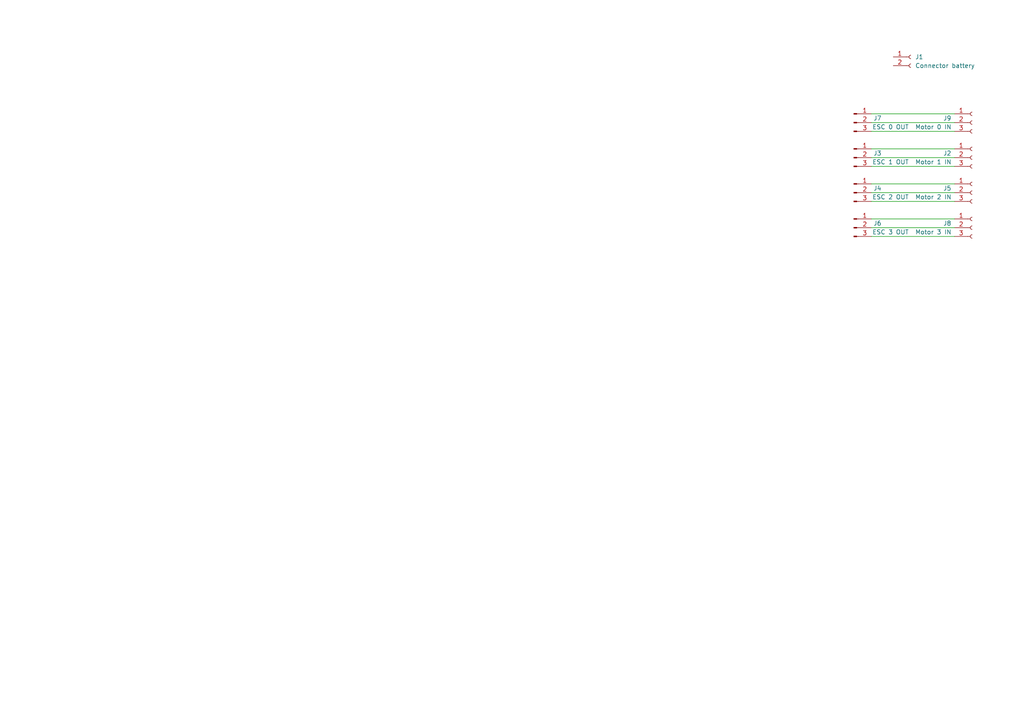
<source format=kicad_sch>
(kicad_sch (version 20250114) (generator "eeschema") (generator_version "9.0")
  (paper "A4")
  (lib_symbols
    (symbol "Connector:Conn_01x02_Socket" (pin_names (offset 1.016) (hide yes))
      (property "Reference" "J" (at 0 2.54 0))
      (property "Value" "Conn_01x02_Socket" (at 0 -5.08 0))
      (symbol "Conn_01x02_Socket_1_1"
        (polyline (pts (xy -1.27 0) (xy -0.508 0)) (stroke (width 0.1524)))
        (polyline (pts (xy -1.27 -2.54) (xy -0.508 -2.54)) (stroke (width 0.1524)))
        (arc (start 0 -0.508) (mid -0.5058 0) (end 0 0.508) (stroke (width 0.1524)))
        (arc (start 0 -3.048) (mid -0.5058 -2.54) (end 0 -2.032) (stroke (width 0.1524)))
        (pin passive line (at -5.08 0 0) (length 3.81) (name "Pin_1") (number "1"))
        (pin passive line (at -5.08 -2.54 0) (length 3.81) (name "Pin_2") (number "2"))
      )
    )
    (symbol "Connector:Conn_01x03_Pin" (pin_names (offset 1.016) (hide yes))
      (property "Reference" "J" (at 0 5.08 0))
      (property "Value" "Conn_01x03_Pin" (at 0 -5.08 0))
      (symbol "Conn_01x03_Pin_1_1"
        (rectangle (start 0.8636 2.667) (end 0 2.413) (stroke (width 0.1524)) (fill (type outline)))
        (rectangle (start 0.8636 0.127) (end 0 -0.127) (stroke (width 0.1524)) (fill (type outline)))
        (rectangle (start 0.8636 -2.413) (end 0 -2.667) (stroke (width 0.1524)) (fill (type outline)))
        (polyline (pts (xy 1.27 2.54) (xy 0.8636 2.54)) (stroke (width 0.1524)))
        (polyline (pts (xy 1.27 0) (xy 0.8636 0)) (stroke (width 0.1524)))
        (polyline (pts (xy 1.27 -2.54) (xy 0.8636 -2.54)) (stroke (width 0.1524)))
        (pin passive line (at 5.08 2.54 180) (length 3.81) (name "Pin_1") (number "1"))
        (pin passive line (at 5.08 0 180) (length 3.81) (name "Pin_2") (number "2"))
        (pin passive line (at 5.08 -2.54 180) (length 3.81) (name "Pin_3") (number "3"))
      )
    )
    (symbol "Connector:Conn_01x03_Socket" (pin_names (offset 1.016) (hide yes))
      (property "Reference" "J" (at 0 5.08 0))
      (property "Value" "Conn_01x03_Socket" (at 0 -5.08 0))
      (symbol "Conn_01x03_Socket_1_1"
        (polyline (pts (xy -1.27 2.54) (xy -0.508 2.54)) (stroke (width 0.1524)))
        (polyline (pts (xy -1.27 0) (xy -0.508 0)) (stroke (width 0.1524)))
        (polyline (pts (xy -1.27 -2.54) (xy -0.508 -2.54)) (stroke (width 0.1524)))
        (arc (start 0 2.032) (mid -0.5058 2.54) (end 0 3.048) (stroke (width 0.1524)))
        (arc (start 0 -0.508) (mid -0.5058 0) (end 0 0.508) (stroke (width 0.1524)))
        (arc (start 0 -3.048) (mid -0.5058 -2.54) (end 0 -2.032) (stroke (width 0.1524)))
        (pin passive line (at -5.08 2.54 0) (length 3.81) (name "Pin_1") (number "1"))
        (pin passive line (at -5.08 0 0) (length 3.81) (name "Pin_2") (number "2"))
        (pin passive line (at -5.08 -2.54 0) (length 3.81) (name "Pin_3") (number "3"))
      )
    )
  )
  (wire (pts (xy 252.73 68.58) (xy 276.86 68.58)))
  (wire (pts (xy 252.73 55.88) (xy 276.86 55.88)))
  (wire (pts (xy 252.73 66.04) (xy 276.86 66.04)))
  (wire (pts (xy 252.73 43.18) (xy 276.86 43.18)))
  (wire (pts (xy 252.73 63.5) (xy 276.86 63.5)))
  (wire (pts (xy 252.73 53.34) (xy 276.86 53.34)))
  (wire (pts (xy 252.73 48.26) (xy 276.86 48.26)))
  (wire (pts (xy 252.73 35.56) (xy 276.86 35.56)))
  (wire (pts (xy 252.73 38.1) (xy 276.86 38.1)))
  (wire (pts (xy 252.73 33.02) (xy 276.86 33.02)))
  (wire (pts (xy 252.73 45.72) (xy 276.86 45.72)))
  (wire (pts (xy 252.73 58.42) (xy 276.86 58.42)))
  (symbol (lib_id "Connector:Conn_01x02_Socket") (at 264.16 16.51 0) (unit 1)
    (property "Reference" "J1" (at 265.43 16.5099 0) (effects (justify left)))
    (property "Value" "Connector battery" (at 265.43 19.0499 0) (effects (justify left)))
    (property "Footprint" "Connector_JST:JST_XH_B2B-XH-A_1x02_P2.50mm_Vertical" (effects (hide yes)))
    (property "Description" "Generic connector, single row, 01x02, script generated" (effects (hide yes)))
  )
  (symbol (lib_id "Connector:Conn_01x03_Pin") (at 247.65 55.88 0) (unit 1)
    (property "Reference" "J4" (at 254.508 54.61 0))
    (property "Value" "ESC 2 OUT" (at 258.318 57.15 0))
    (property "Footprint" "Connector_PinHeader_2.00mm:PinHeader_1x03_P2.00mm_Vertical" (effects (hide yes)))
    (property "Description" "Generic connector, single row, 01x03, script generated" (effects (hide yes)))
  )
  (symbol (lib_id "Connector:Conn_01x03_Socket") (at 281.94 35.56 0) (unit 1)
    (property "Reference" "J9" (at 273.558 34.29 0) (effects (justify left)))
    (property "Value" "Motor 0 IN" (at 265.43 36.83 0) (effects (justify left)))
    (property "Footprint" "Connector_JST:JST_XH_B3B-XH-A_1x03_P2.50mm_Vertical" (effects (hide yes)))
    (property "Description" "Generic connector, single row, 01x03, script generated" (effects (hide yes)))
  )
  (symbol (lib_id "Connector:Conn_01x03_Socket") (at 281.94 45.72 0) (unit 1)
    (property "Reference" "J2" (at 273.558 44.45 0) (effects (justify left)))
    (property "Value" "Motor 1 IN" (at 265.43 46.99 0) (effects (justify left)))
    (property "Footprint" "Connector_JST:JST_XH_B3B-XH-A_1x03_P2.50mm_Vertical" (effects (hide yes)))
    (property "Description" "Generic connector, single row, 01x03, script generated" (effects (hide yes)))
  )
  (symbol (lib_id "Connector:Conn_01x03_Socket") (at 281.94 66.04 0) (unit 1)
    (property "Reference" "J8" (at 273.558 64.77 0) (effects (justify left)))
    (property "Value" "Motor 3 IN" (at 265.43 67.31 0) (effects (justify left)))
    (property "Footprint" "Connector_JST:JST_XH_B3B-XH-A_1x03_P2.50mm_Vertical" (effects (hide yes)))
    (property "Description" "Generic connector, single row, 01x03, script generated" (effects (hide yes)))
  )
  (symbol (lib_id "Connector:Conn_01x03_Pin") (at 247.65 45.72 0) (unit 1)
    (property "Reference" "J3" (at 254.508 44.45 0))
    (property "Value" "ESC 1 OUT" (at 258.318 46.99 0))
    (property "Footprint" "Connector_PinHeader_2.00mm:PinHeader_1x03_P2.00mm_Vertical" (effects (hide yes)))
    (property "Description" "Generic connector, single row, 01x03, script generated" (effects (hide yes)))
  )
  (symbol (lib_id "Connector:Conn_01x03_Socket") (at 281.94 55.88 0) (unit 1)
    (property "Reference" "J5" (at 273.558 54.61 0) (effects (justify left)))
    (property "Value" "Motor 2 IN" (at 265.43 57.15 0) (effects (justify left)))
    (property "Footprint" "Connector_JST:JST_XH_B3B-XH-A_1x03_P2.50mm_Vertical" (effects (hide yes)))
    (property "Description" "Generic connector, single row, 01x03, script generated" (effects (hide yes)))
  )
  (symbol (lib_id "Connector:Conn_01x03_Pin") (at 247.65 66.04 0) (unit 1)
    (property "Reference" "J6" (at 254.508 64.77 0))
    (property "Value" "ESC 3 OUT" (at 258.318 67.31 0))
    (property "Footprint" "Connector_PinHeader_2.00mm:PinHeader_1x03_P2.00mm_Vertical" (effects (hide yes)))
    (property "Description" "Generic connector, single row, 01x03, script generated" (effects (hide yes)))
  )
  (symbol (lib_id "Connector:Conn_01x03_Pin") (at 247.65 35.56 0) (unit 1)
    (property "Reference" "J7" (at 254.508 34.29 0))
    (property "Value" "ESC 0 OUT" (at 258.318 36.83 0))
    (property "Footprint" "Connector_PinHeader_2.00mm:PinHeader_1x03_P2.00mm_Vertical" (effects (hide yes)))
    (property "Description" "Generic connector, single row, 01x03, script generated" (effects (hide yes)))
  )
)
</source>
